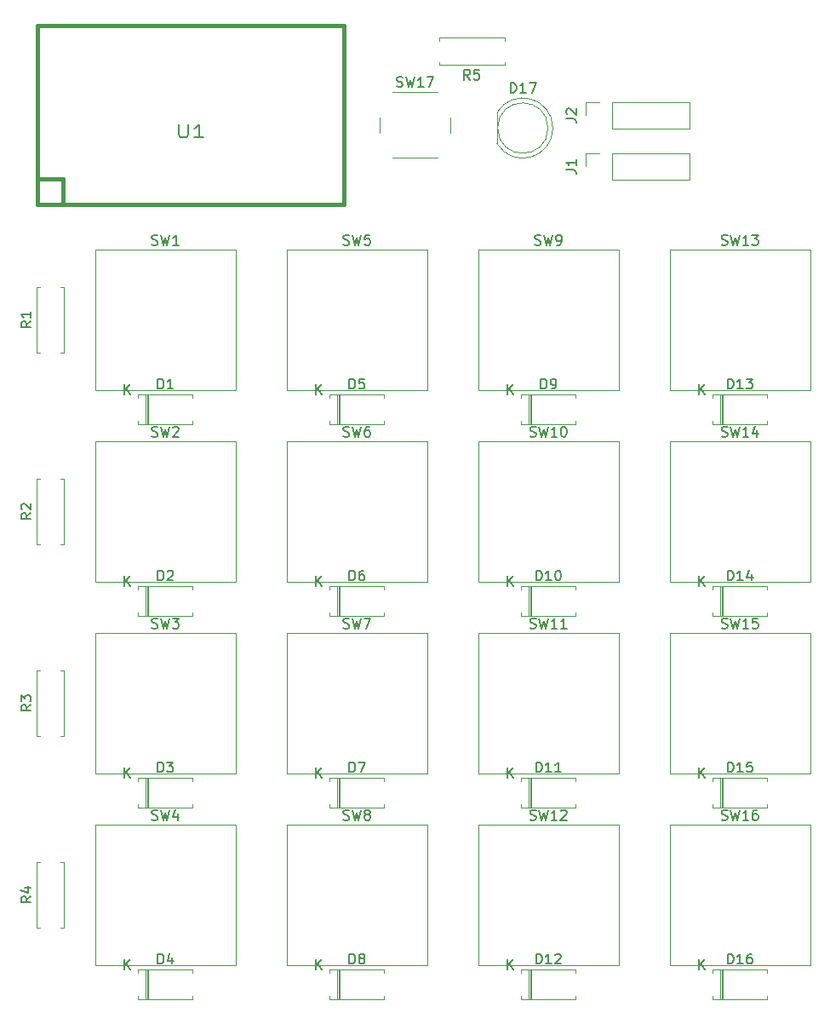
<source format=gto>
G04 #@! TF.GenerationSoftware,KiCad,Pcbnew,(5.1.5)-3*
G04 #@! TF.CreationDate,2019-12-27T06:25:41+09:00*
G04 #@! TF.ProjectId,MidiKey16,4d696469-4b65-4793-9136-2e6b69636164,rev?*
G04 #@! TF.SameCoordinates,Original*
G04 #@! TF.FileFunction,Legend,Top*
G04 #@! TF.FilePolarity,Positive*
%FSLAX46Y46*%
G04 Gerber Fmt 4.6, Leading zero omitted, Abs format (unit mm)*
G04 Created by KiCad (PCBNEW (5.1.5)-3) date 2019-12-27 06:25:41*
%MOMM*%
%LPD*%
G04 APERTURE LIST*
%ADD10C,0.120000*%
%ADD11C,0.381000*%
%ADD12C,0.150000*%
%ADD13C,0.203200*%
G04 APERTURE END LIST*
D10*
X53940000Y-89970000D02*
X53940000Y-92910000D01*
X54180000Y-89970000D02*
X54180000Y-92910000D01*
X54060000Y-89970000D02*
X54060000Y-92910000D01*
X58600000Y-92910000D02*
X58600000Y-92580000D01*
X53160000Y-92910000D02*
X58600000Y-92910000D01*
X53160000Y-92580000D02*
X53160000Y-92910000D01*
X58600000Y-89970000D02*
X58600000Y-90300000D01*
X53160000Y-89970000D02*
X58600000Y-89970000D01*
X53160000Y-90300000D02*
X53160000Y-89970000D01*
X53940000Y-109020000D02*
X53940000Y-111960000D01*
X54180000Y-109020000D02*
X54180000Y-111960000D01*
X54060000Y-109020000D02*
X54060000Y-111960000D01*
X58600000Y-111960000D02*
X58600000Y-111630000D01*
X53160000Y-111960000D02*
X58600000Y-111960000D01*
X53160000Y-111630000D02*
X53160000Y-111960000D01*
X58600000Y-109020000D02*
X58600000Y-109350000D01*
X53160000Y-109020000D02*
X58600000Y-109020000D01*
X53160000Y-109350000D02*
X53160000Y-109020000D01*
X53940000Y-128070000D02*
X53940000Y-131010000D01*
X54180000Y-128070000D02*
X54180000Y-131010000D01*
X54060000Y-128070000D02*
X54060000Y-131010000D01*
X58600000Y-131010000D02*
X58600000Y-130680000D01*
X53160000Y-131010000D02*
X58600000Y-131010000D01*
X53160000Y-130680000D02*
X53160000Y-131010000D01*
X58600000Y-128070000D02*
X58600000Y-128400000D01*
X53160000Y-128070000D02*
X58600000Y-128070000D01*
X53160000Y-128400000D02*
X53160000Y-128070000D01*
X53940000Y-147120000D02*
X53940000Y-150060000D01*
X54180000Y-147120000D02*
X54180000Y-150060000D01*
X54060000Y-147120000D02*
X54060000Y-150060000D01*
X58600000Y-150060000D02*
X58600000Y-149730000D01*
X53160000Y-150060000D02*
X58600000Y-150060000D01*
X53160000Y-149730000D02*
X53160000Y-150060000D01*
X58600000Y-147120000D02*
X58600000Y-147450000D01*
X53160000Y-147120000D02*
X58600000Y-147120000D01*
X53160000Y-147450000D02*
X53160000Y-147120000D01*
X72210000Y-90300000D02*
X72210000Y-89970000D01*
X72210000Y-89970000D02*
X77650000Y-89970000D01*
X77650000Y-89970000D02*
X77650000Y-90300000D01*
X72210000Y-92580000D02*
X72210000Y-92910000D01*
X72210000Y-92910000D02*
X77650000Y-92910000D01*
X77650000Y-92910000D02*
X77650000Y-92580000D01*
X73110000Y-89970000D02*
X73110000Y-92910000D01*
X73230000Y-89970000D02*
X73230000Y-92910000D01*
X72990000Y-89970000D02*
X72990000Y-92910000D01*
X72210000Y-109350000D02*
X72210000Y-109020000D01*
X72210000Y-109020000D02*
X77650000Y-109020000D01*
X77650000Y-109020000D02*
X77650000Y-109350000D01*
X72210000Y-111630000D02*
X72210000Y-111960000D01*
X72210000Y-111960000D02*
X77650000Y-111960000D01*
X77650000Y-111960000D02*
X77650000Y-111630000D01*
X73110000Y-109020000D02*
X73110000Y-111960000D01*
X73230000Y-109020000D02*
X73230000Y-111960000D01*
X72990000Y-109020000D02*
X72990000Y-111960000D01*
X72210000Y-128400000D02*
X72210000Y-128070000D01*
X72210000Y-128070000D02*
X77650000Y-128070000D01*
X77650000Y-128070000D02*
X77650000Y-128400000D01*
X72210000Y-130680000D02*
X72210000Y-131010000D01*
X72210000Y-131010000D02*
X77650000Y-131010000D01*
X77650000Y-131010000D02*
X77650000Y-130680000D01*
X73110000Y-128070000D02*
X73110000Y-131010000D01*
X73230000Y-128070000D02*
X73230000Y-131010000D01*
X72990000Y-128070000D02*
X72990000Y-131010000D01*
X72210000Y-147450000D02*
X72210000Y-147120000D01*
X72210000Y-147120000D02*
X77650000Y-147120000D01*
X77650000Y-147120000D02*
X77650000Y-147450000D01*
X72210000Y-149730000D02*
X72210000Y-150060000D01*
X72210000Y-150060000D02*
X77650000Y-150060000D01*
X77650000Y-150060000D02*
X77650000Y-149730000D01*
X73110000Y-147120000D02*
X73110000Y-150060000D01*
X73230000Y-147120000D02*
X73230000Y-150060000D01*
X72990000Y-147120000D02*
X72990000Y-150060000D01*
X92040000Y-89970000D02*
X92040000Y-92910000D01*
X92280000Y-89970000D02*
X92280000Y-92910000D01*
X92160000Y-89970000D02*
X92160000Y-92910000D01*
X96700000Y-92910000D02*
X96700000Y-92580000D01*
X91260000Y-92910000D02*
X96700000Y-92910000D01*
X91260000Y-92580000D02*
X91260000Y-92910000D01*
X96700000Y-89970000D02*
X96700000Y-90300000D01*
X91260000Y-89970000D02*
X96700000Y-89970000D01*
X91260000Y-90300000D02*
X91260000Y-89970000D01*
X92040000Y-109020000D02*
X92040000Y-111960000D01*
X92280000Y-109020000D02*
X92280000Y-111960000D01*
X92160000Y-109020000D02*
X92160000Y-111960000D01*
X96700000Y-111960000D02*
X96700000Y-111630000D01*
X91260000Y-111960000D02*
X96700000Y-111960000D01*
X91260000Y-111630000D02*
X91260000Y-111960000D01*
X96700000Y-109020000D02*
X96700000Y-109350000D01*
X91260000Y-109020000D02*
X96700000Y-109020000D01*
X91260000Y-109350000D02*
X91260000Y-109020000D01*
X92040000Y-128070000D02*
X92040000Y-131010000D01*
X92280000Y-128070000D02*
X92280000Y-131010000D01*
X92160000Y-128070000D02*
X92160000Y-131010000D01*
X96700000Y-131010000D02*
X96700000Y-130680000D01*
X91260000Y-131010000D02*
X96700000Y-131010000D01*
X91260000Y-130680000D02*
X91260000Y-131010000D01*
X96700000Y-128070000D02*
X96700000Y-128400000D01*
X91260000Y-128070000D02*
X96700000Y-128070000D01*
X91260000Y-128400000D02*
X91260000Y-128070000D01*
X92040000Y-147120000D02*
X92040000Y-150060000D01*
X92280000Y-147120000D02*
X92280000Y-150060000D01*
X92160000Y-147120000D02*
X92160000Y-150060000D01*
X96700000Y-150060000D02*
X96700000Y-149730000D01*
X91260000Y-150060000D02*
X96700000Y-150060000D01*
X91260000Y-149730000D02*
X91260000Y-150060000D01*
X96700000Y-147120000D02*
X96700000Y-147450000D01*
X91260000Y-147120000D02*
X96700000Y-147120000D01*
X91260000Y-147450000D02*
X91260000Y-147120000D01*
X110310000Y-90300000D02*
X110310000Y-89970000D01*
X110310000Y-89970000D02*
X115750000Y-89970000D01*
X115750000Y-89970000D02*
X115750000Y-90300000D01*
X110310000Y-92580000D02*
X110310000Y-92910000D01*
X110310000Y-92910000D02*
X115750000Y-92910000D01*
X115750000Y-92910000D02*
X115750000Y-92580000D01*
X111210000Y-89970000D02*
X111210000Y-92910000D01*
X111330000Y-89970000D02*
X111330000Y-92910000D01*
X111090000Y-89970000D02*
X111090000Y-92910000D01*
X110310000Y-109350000D02*
X110310000Y-109020000D01*
X110310000Y-109020000D02*
X115750000Y-109020000D01*
X115750000Y-109020000D02*
X115750000Y-109350000D01*
X110310000Y-111630000D02*
X110310000Y-111960000D01*
X110310000Y-111960000D02*
X115750000Y-111960000D01*
X115750000Y-111960000D02*
X115750000Y-111630000D01*
X111210000Y-109020000D02*
X111210000Y-111960000D01*
X111330000Y-109020000D02*
X111330000Y-111960000D01*
X111090000Y-109020000D02*
X111090000Y-111960000D01*
X110310000Y-128400000D02*
X110310000Y-128070000D01*
X110310000Y-128070000D02*
X115750000Y-128070000D01*
X115750000Y-128070000D02*
X115750000Y-128400000D01*
X110310000Y-130680000D02*
X110310000Y-131010000D01*
X110310000Y-131010000D02*
X115750000Y-131010000D01*
X115750000Y-131010000D02*
X115750000Y-130680000D01*
X111210000Y-128070000D02*
X111210000Y-131010000D01*
X111330000Y-128070000D02*
X111330000Y-131010000D01*
X111090000Y-128070000D02*
X111090000Y-131010000D01*
X110310000Y-147450000D02*
X110310000Y-147120000D01*
X110310000Y-147120000D02*
X115750000Y-147120000D01*
X115750000Y-147120000D02*
X115750000Y-147450000D01*
X110310000Y-149730000D02*
X110310000Y-150060000D01*
X110310000Y-150060000D02*
X115750000Y-150060000D01*
X115750000Y-150060000D02*
X115750000Y-149730000D01*
X111210000Y-147120000D02*
X111210000Y-150060000D01*
X111330000Y-147120000D02*
X111330000Y-150060000D01*
X111090000Y-147120000D02*
X111090000Y-150060000D01*
X94430000Y-63500462D02*
G75*
G03X88880000Y-61955170I-2990000J462D01*
G01*
X94430000Y-63499538D02*
G75*
G02X88880000Y-65044830I-2990000J-462D01*
G01*
X93940000Y-63500000D02*
G75*
G03X93940000Y-63500000I-2500000J0D01*
G01*
X88880000Y-61955000D02*
X88880000Y-65045000D01*
X100330000Y-68640000D02*
X100330000Y-65980000D01*
X100330000Y-68640000D02*
X108010000Y-68640000D01*
X108010000Y-68640000D02*
X108010000Y-65980000D01*
X100330000Y-65980000D02*
X108010000Y-65980000D01*
X97730000Y-65980000D02*
X99060000Y-65980000D01*
X97730000Y-67310000D02*
X97730000Y-65980000D01*
X97730000Y-62230000D02*
X97730000Y-60900000D01*
X97730000Y-60900000D02*
X99060000Y-60900000D01*
X100330000Y-60900000D02*
X108010000Y-60900000D01*
X108010000Y-63560000D02*
X108010000Y-60900000D01*
X100330000Y-63560000D02*
X108010000Y-63560000D01*
X100330000Y-63560000D02*
X100330000Y-60900000D01*
X45820000Y-79280000D02*
X45490000Y-79280000D01*
X45820000Y-85820000D02*
X45820000Y-79280000D01*
X45490000Y-85820000D02*
X45820000Y-85820000D01*
X43080000Y-79280000D02*
X43410000Y-79280000D01*
X43080000Y-85820000D02*
X43080000Y-79280000D01*
X43410000Y-85820000D02*
X43080000Y-85820000D01*
X45820000Y-98330000D02*
X45490000Y-98330000D01*
X45820000Y-104870000D02*
X45820000Y-98330000D01*
X45490000Y-104870000D02*
X45820000Y-104870000D01*
X43080000Y-98330000D02*
X43410000Y-98330000D01*
X43080000Y-104870000D02*
X43080000Y-98330000D01*
X43410000Y-104870000D02*
X43080000Y-104870000D01*
X43410000Y-123920000D02*
X43080000Y-123920000D01*
X43080000Y-123920000D02*
X43080000Y-117380000D01*
X43080000Y-117380000D02*
X43410000Y-117380000D01*
X45490000Y-123920000D02*
X45820000Y-123920000D01*
X45820000Y-123920000D02*
X45820000Y-117380000D01*
X45820000Y-117380000D02*
X45490000Y-117380000D01*
X43410000Y-142970000D02*
X43080000Y-142970000D01*
X43080000Y-142970000D02*
X43080000Y-136430000D01*
X43080000Y-136430000D02*
X43410000Y-136430000D01*
X45490000Y-142970000D02*
X45820000Y-142970000D01*
X45820000Y-142970000D02*
X45820000Y-136430000D01*
X45820000Y-136430000D02*
X45490000Y-136430000D01*
X89630000Y-56920000D02*
X89630000Y-57250000D01*
X89630000Y-57250000D02*
X83090000Y-57250000D01*
X83090000Y-57250000D02*
X83090000Y-56920000D01*
X89630000Y-54840000D02*
X89630000Y-54510000D01*
X89630000Y-54510000D02*
X83090000Y-54510000D01*
X83090000Y-54510000D02*
X83090000Y-54840000D01*
X48895000Y-75565000D02*
X62865000Y-75565000D01*
X62865000Y-75565000D02*
X62865000Y-89535000D01*
X62865000Y-89535000D02*
X48895000Y-89535000D01*
X48895000Y-89535000D02*
X48895000Y-75565000D01*
X48895000Y-94615000D02*
X62865000Y-94615000D01*
X62865000Y-94615000D02*
X62865000Y-108585000D01*
X62865000Y-108585000D02*
X48895000Y-108585000D01*
X48895000Y-108585000D02*
X48895000Y-94615000D01*
X48895000Y-113665000D02*
X62865000Y-113665000D01*
X62865000Y-113665000D02*
X62865000Y-127635000D01*
X62865000Y-127635000D02*
X48895000Y-127635000D01*
X48895000Y-127635000D02*
X48895000Y-113665000D01*
X48895000Y-132715000D02*
X62865000Y-132715000D01*
X62865000Y-132715000D02*
X62865000Y-146685000D01*
X62865000Y-146685000D02*
X48895000Y-146685000D01*
X48895000Y-146685000D02*
X48895000Y-132715000D01*
X67945000Y-89535000D02*
X67945000Y-75565000D01*
X81915000Y-89535000D02*
X67945000Y-89535000D01*
X81915000Y-75565000D02*
X81915000Y-89535000D01*
X67945000Y-75565000D02*
X81915000Y-75565000D01*
X67945000Y-94615000D02*
X81915000Y-94615000D01*
X81915000Y-94615000D02*
X81915000Y-108585000D01*
X81915000Y-108585000D02*
X67945000Y-108585000D01*
X67945000Y-108585000D02*
X67945000Y-94615000D01*
X67945000Y-127635000D02*
X67945000Y-113665000D01*
X81915000Y-127635000D02*
X67945000Y-127635000D01*
X81915000Y-113665000D02*
X81915000Y-127635000D01*
X67945000Y-113665000D02*
X81915000Y-113665000D01*
X67945000Y-146685000D02*
X67945000Y-132715000D01*
X81915000Y-146685000D02*
X67945000Y-146685000D01*
X81915000Y-132715000D02*
X81915000Y-146685000D01*
X67945000Y-132715000D02*
X81915000Y-132715000D01*
X86995000Y-75565000D02*
X100965000Y-75565000D01*
X100965000Y-75565000D02*
X100965000Y-89535000D01*
X100965000Y-89535000D02*
X86995000Y-89535000D01*
X86995000Y-89535000D02*
X86995000Y-75565000D01*
X86995000Y-94615000D02*
X100965000Y-94615000D01*
X100965000Y-94615000D02*
X100965000Y-108585000D01*
X100965000Y-108585000D02*
X86995000Y-108585000D01*
X86995000Y-108585000D02*
X86995000Y-94615000D01*
X86995000Y-113665000D02*
X100965000Y-113665000D01*
X100965000Y-113665000D02*
X100965000Y-127635000D01*
X100965000Y-127635000D02*
X86995000Y-127635000D01*
X86995000Y-127635000D02*
X86995000Y-113665000D01*
X86995000Y-132715000D02*
X100965000Y-132715000D01*
X100965000Y-132715000D02*
X100965000Y-146685000D01*
X100965000Y-146685000D02*
X86995000Y-146685000D01*
X86995000Y-146685000D02*
X86995000Y-132715000D01*
X106045000Y-89535000D02*
X106045000Y-75565000D01*
X120015000Y-89535000D02*
X106045000Y-89535000D01*
X120015000Y-75565000D02*
X120015000Y-89535000D01*
X106045000Y-75565000D02*
X120015000Y-75565000D01*
X106045000Y-108585000D02*
X106045000Y-94615000D01*
X120015000Y-108585000D02*
X106045000Y-108585000D01*
X120015000Y-94615000D02*
X120015000Y-108585000D01*
X106045000Y-94615000D02*
X120015000Y-94615000D01*
X106045000Y-127635000D02*
X106045000Y-113665000D01*
X120015000Y-127635000D02*
X106045000Y-127635000D01*
X120015000Y-113665000D02*
X120015000Y-127635000D01*
X106045000Y-113665000D02*
X120015000Y-113665000D01*
X106045000Y-146685000D02*
X106045000Y-132715000D01*
X120015000Y-146685000D02*
X106045000Y-146685000D01*
X120015000Y-132715000D02*
X120015000Y-146685000D01*
X106045000Y-132715000D02*
X120015000Y-132715000D01*
D11*
X43180000Y-53340000D02*
X43180000Y-71120000D01*
X43180000Y-71120000D02*
X73660000Y-71120000D01*
X73660000Y-71120000D02*
X73660000Y-53340000D01*
X73660000Y-53340000D02*
X43180000Y-53340000D01*
X43180000Y-68580000D02*
X45720000Y-68580000D01*
X45720000Y-68580000D02*
X45720000Y-71120000D01*
D10*
X78470000Y-66460000D02*
X82970000Y-66460000D01*
X77220000Y-62460000D02*
X77220000Y-63960000D01*
X82970000Y-59960000D02*
X78470000Y-59960000D01*
X84220000Y-63960000D02*
X84220000Y-62460000D01*
D12*
X55141904Y-89422380D02*
X55141904Y-88422380D01*
X55380000Y-88422380D01*
X55522857Y-88470000D01*
X55618095Y-88565238D01*
X55665714Y-88660476D01*
X55713333Y-88850952D01*
X55713333Y-88993809D01*
X55665714Y-89184285D01*
X55618095Y-89279523D01*
X55522857Y-89374761D01*
X55380000Y-89422380D01*
X55141904Y-89422380D01*
X56665714Y-89422380D02*
X56094285Y-89422380D01*
X56380000Y-89422380D02*
X56380000Y-88422380D01*
X56284761Y-88565238D01*
X56189523Y-88660476D01*
X56094285Y-88708095D01*
X51808095Y-89992380D02*
X51808095Y-88992380D01*
X52379523Y-89992380D02*
X51950952Y-89420952D01*
X52379523Y-88992380D02*
X51808095Y-89563809D01*
X55141904Y-108472380D02*
X55141904Y-107472380D01*
X55380000Y-107472380D01*
X55522857Y-107520000D01*
X55618095Y-107615238D01*
X55665714Y-107710476D01*
X55713333Y-107900952D01*
X55713333Y-108043809D01*
X55665714Y-108234285D01*
X55618095Y-108329523D01*
X55522857Y-108424761D01*
X55380000Y-108472380D01*
X55141904Y-108472380D01*
X56094285Y-107567619D02*
X56141904Y-107520000D01*
X56237142Y-107472380D01*
X56475238Y-107472380D01*
X56570476Y-107520000D01*
X56618095Y-107567619D01*
X56665714Y-107662857D01*
X56665714Y-107758095D01*
X56618095Y-107900952D01*
X56046666Y-108472380D01*
X56665714Y-108472380D01*
X51808095Y-109042380D02*
X51808095Y-108042380D01*
X52379523Y-109042380D02*
X51950952Y-108470952D01*
X52379523Y-108042380D02*
X51808095Y-108613809D01*
X55141904Y-127522380D02*
X55141904Y-126522380D01*
X55380000Y-126522380D01*
X55522857Y-126570000D01*
X55618095Y-126665238D01*
X55665714Y-126760476D01*
X55713333Y-126950952D01*
X55713333Y-127093809D01*
X55665714Y-127284285D01*
X55618095Y-127379523D01*
X55522857Y-127474761D01*
X55380000Y-127522380D01*
X55141904Y-127522380D01*
X56046666Y-126522380D02*
X56665714Y-126522380D01*
X56332380Y-126903333D01*
X56475238Y-126903333D01*
X56570476Y-126950952D01*
X56618095Y-126998571D01*
X56665714Y-127093809D01*
X56665714Y-127331904D01*
X56618095Y-127427142D01*
X56570476Y-127474761D01*
X56475238Y-127522380D01*
X56189523Y-127522380D01*
X56094285Y-127474761D01*
X56046666Y-127427142D01*
X51808095Y-128092380D02*
X51808095Y-127092380D01*
X52379523Y-128092380D02*
X51950952Y-127520952D01*
X52379523Y-127092380D02*
X51808095Y-127663809D01*
X55141904Y-146572380D02*
X55141904Y-145572380D01*
X55380000Y-145572380D01*
X55522857Y-145620000D01*
X55618095Y-145715238D01*
X55665714Y-145810476D01*
X55713333Y-146000952D01*
X55713333Y-146143809D01*
X55665714Y-146334285D01*
X55618095Y-146429523D01*
X55522857Y-146524761D01*
X55380000Y-146572380D01*
X55141904Y-146572380D01*
X56570476Y-145905714D02*
X56570476Y-146572380D01*
X56332380Y-145524761D02*
X56094285Y-146239047D01*
X56713333Y-146239047D01*
X51808095Y-147142380D02*
X51808095Y-146142380D01*
X52379523Y-147142380D02*
X51950952Y-146570952D01*
X52379523Y-146142380D02*
X51808095Y-146713809D01*
X74191904Y-89422380D02*
X74191904Y-88422380D01*
X74430000Y-88422380D01*
X74572857Y-88470000D01*
X74668095Y-88565238D01*
X74715714Y-88660476D01*
X74763333Y-88850952D01*
X74763333Y-88993809D01*
X74715714Y-89184285D01*
X74668095Y-89279523D01*
X74572857Y-89374761D01*
X74430000Y-89422380D01*
X74191904Y-89422380D01*
X75668095Y-88422380D02*
X75191904Y-88422380D01*
X75144285Y-88898571D01*
X75191904Y-88850952D01*
X75287142Y-88803333D01*
X75525238Y-88803333D01*
X75620476Y-88850952D01*
X75668095Y-88898571D01*
X75715714Y-88993809D01*
X75715714Y-89231904D01*
X75668095Y-89327142D01*
X75620476Y-89374761D01*
X75525238Y-89422380D01*
X75287142Y-89422380D01*
X75191904Y-89374761D01*
X75144285Y-89327142D01*
X70858095Y-89992380D02*
X70858095Y-88992380D01*
X71429523Y-89992380D02*
X71000952Y-89420952D01*
X71429523Y-88992380D02*
X70858095Y-89563809D01*
X74191904Y-108472380D02*
X74191904Y-107472380D01*
X74430000Y-107472380D01*
X74572857Y-107520000D01*
X74668095Y-107615238D01*
X74715714Y-107710476D01*
X74763333Y-107900952D01*
X74763333Y-108043809D01*
X74715714Y-108234285D01*
X74668095Y-108329523D01*
X74572857Y-108424761D01*
X74430000Y-108472380D01*
X74191904Y-108472380D01*
X75620476Y-107472380D02*
X75430000Y-107472380D01*
X75334761Y-107520000D01*
X75287142Y-107567619D01*
X75191904Y-107710476D01*
X75144285Y-107900952D01*
X75144285Y-108281904D01*
X75191904Y-108377142D01*
X75239523Y-108424761D01*
X75334761Y-108472380D01*
X75525238Y-108472380D01*
X75620476Y-108424761D01*
X75668095Y-108377142D01*
X75715714Y-108281904D01*
X75715714Y-108043809D01*
X75668095Y-107948571D01*
X75620476Y-107900952D01*
X75525238Y-107853333D01*
X75334761Y-107853333D01*
X75239523Y-107900952D01*
X75191904Y-107948571D01*
X75144285Y-108043809D01*
X70858095Y-109042380D02*
X70858095Y-108042380D01*
X71429523Y-109042380D02*
X71000952Y-108470952D01*
X71429523Y-108042380D02*
X70858095Y-108613809D01*
X74191904Y-127522380D02*
X74191904Y-126522380D01*
X74430000Y-126522380D01*
X74572857Y-126570000D01*
X74668095Y-126665238D01*
X74715714Y-126760476D01*
X74763333Y-126950952D01*
X74763333Y-127093809D01*
X74715714Y-127284285D01*
X74668095Y-127379523D01*
X74572857Y-127474761D01*
X74430000Y-127522380D01*
X74191904Y-127522380D01*
X75096666Y-126522380D02*
X75763333Y-126522380D01*
X75334761Y-127522380D01*
X70858095Y-128092380D02*
X70858095Y-127092380D01*
X71429523Y-128092380D02*
X71000952Y-127520952D01*
X71429523Y-127092380D02*
X70858095Y-127663809D01*
X74191904Y-146572380D02*
X74191904Y-145572380D01*
X74430000Y-145572380D01*
X74572857Y-145620000D01*
X74668095Y-145715238D01*
X74715714Y-145810476D01*
X74763333Y-146000952D01*
X74763333Y-146143809D01*
X74715714Y-146334285D01*
X74668095Y-146429523D01*
X74572857Y-146524761D01*
X74430000Y-146572380D01*
X74191904Y-146572380D01*
X75334761Y-146000952D02*
X75239523Y-145953333D01*
X75191904Y-145905714D01*
X75144285Y-145810476D01*
X75144285Y-145762857D01*
X75191904Y-145667619D01*
X75239523Y-145620000D01*
X75334761Y-145572380D01*
X75525238Y-145572380D01*
X75620476Y-145620000D01*
X75668095Y-145667619D01*
X75715714Y-145762857D01*
X75715714Y-145810476D01*
X75668095Y-145905714D01*
X75620476Y-145953333D01*
X75525238Y-146000952D01*
X75334761Y-146000952D01*
X75239523Y-146048571D01*
X75191904Y-146096190D01*
X75144285Y-146191428D01*
X75144285Y-146381904D01*
X75191904Y-146477142D01*
X75239523Y-146524761D01*
X75334761Y-146572380D01*
X75525238Y-146572380D01*
X75620476Y-146524761D01*
X75668095Y-146477142D01*
X75715714Y-146381904D01*
X75715714Y-146191428D01*
X75668095Y-146096190D01*
X75620476Y-146048571D01*
X75525238Y-146000952D01*
X70858095Y-147142380D02*
X70858095Y-146142380D01*
X71429523Y-147142380D02*
X71000952Y-146570952D01*
X71429523Y-146142380D02*
X70858095Y-146713809D01*
X93241904Y-89422380D02*
X93241904Y-88422380D01*
X93480000Y-88422380D01*
X93622857Y-88470000D01*
X93718095Y-88565238D01*
X93765714Y-88660476D01*
X93813333Y-88850952D01*
X93813333Y-88993809D01*
X93765714Y-89184285D01*
X93718095Y-89279523D01*
X93622857Y-89374761D01*
X93480000Y-89422380D01*
X93241904Y-89422380D01*
X94289523Y-89422380D02*
X94480000Y-89422380D01*
X94575238Y-89374761D01*
X94622857Y-89327142D01*
X94718095Y-89184285D01*
X94765714Y-88993809D01*
X94765714Y-88612857D01*
X94718095Y-88517619D01*
X94670476Y-88470000D01*
X94575238Y-88422380D01*
X94384761Y-88422380D01*
X94289523Y-88470000D01*
X94241904Y-88517619D01*
X94194285Y-88612857D01*
X94194285Y-88850952D01*
X94241904Y-88946190D01*
X94289523Y-88993809D01*
X94384761Y-89041428D01*
X94575238Y-89041428D01*
X94670476Y-88993809D01*
X94718095Y-88946190D01*
X94765714Y-88850952D01*
X89908095Y-89992380D02*
X89908095Y-88992380D01*
X90479523Y-89992380D02*
X90050952Y-89420952D01*
X90479523Y-88992380D02*
X89908095Y-89563809D01*
X92765714Y-108472380D02*
X92765714Y-107472380D01*
X93003809Y-107472380D01*
X93146666Y-107520000D01*
X93241904Y-107615238D01*
X93289523Y-107710476D01*
X93337142Y-107900952D01*
X93337142Y-108043809D01*
X93289523Y-108234285D01*
X93241904Y-108329523D01*
X93146666Y-108424761D01*
X93003809Y-108472380D01*
X92765714Y-108472380D01*
X94289523Y-108472380D02*
X93718095Y-108472380D01*
X94003809Y-108472380D02*
X94003809Y-107472380D01*
X93908571Y-107615238D01*
X93813333Y-107710476D01*
X93718095Y-107758095D01*
X94908571Y-107472380D02*
X95003809Y-107472380D01*
X95099047Y-107520000D01*
X95146666Y-107567619D01*
X95194285Y-107662857D01*
X95241904Y-107853333D01*
X95241904Y-108091428D01*
X95194285Y-108281904D01*
X95146666Y-108377142D01*
X95099047Y-108424761D01*
X95003809Y-108472380D01*
X94908571Y-108472380D01*
X94813333Y-108424761D01*
X94765714Y-108377142D01*
X94718095Y-108281904D01*
X94670476Y-108091428D01*
X94670476Y-107853333D01*
X94718095Y-107662857D01*
X94765714Y-107567619D01*
X94813333Y-107520000D01*
X94908571Y-107472380D01*
X89908095Y-109042380D02*
X89908095Y-108042380D01*
X90479523Y-109042380D02*
X90050952Y-108470952D01*
X90479523Y-108042380D02*
X89908095Y-108613809D01*
X92765714Y-127522380D02*
X92765714Y-126522380D01*
X93003809Y-126522380D01*
X93146666Y-126570000D01*
X93241904Y-126665238D01*
X93289523Y-126760476D01*
X93337142Y-126950952D01*
X93337142Y-127093809D01*
X93289523Y-127284285D01*
X93241904Y-127379523D01*
X93146666Y-127474761D01*
X93003809Y-127522380D01*
X92765714Y-127522380D01*
X94289523Y-127522380D02*
X93718095Y-127522380D01*
X94003809Y-127522380D02*
X94003809Y-126522380D01*
X93908571Y-126665238D01*
X93813333Y-126760476D01*
X93718095Y-126808095D01*
X95241904Y-127522380D02*
X94670476Y-127522380D01*
X94956190Y-127522380D02*
X94956190Y-126522380D01*
X94860952Y-126665238D01*
X94765714Y-126760476D01*
X94670476Y-126808095D01*
X89908095Y-128092380D02*
X89908095Y-127092380D01*
X90479523Y-128092380D02*
X90050952Y-127520952D01*
X90479523Y-127092380D02*
X89908095Y-127663809D01*
X92765714Y-146572380D02*
X92765714Y-145572380D01*
X93003809Y-145572380D01*
X93146666Y-145620000D01*
X93241904Y-145715238D01*
X93289523Y-145810476D01*
X93337142Y-146000952D01*
X93337142Y-146143809D01*
X93289523Y-146334285D01*
X93241904Y-146429523D01*
X93146666Y-146524761D01*
X93003809Y-146572380D01*
X92765714Y-146572380D01*
X94289523Y-146572380D02*
X93718095Y-146572380D01*
X94003809Y-146572380D02*
X94003809Y-145572380D01*
X93908571Y-145715238D01*
X93813333Y-145810476D01*
X93718095Y-145858095D01*
X94670476Y-145667619D02*
X94718095Y-145620000D01*
X94813333Y-145572380D01*
X95051428Y-145572380D01*
X95146666Y-145620000D01*
X95194285Y-145667619D01*
X95241904Y-145762857D01*
X95241904Y-145858095D01*
X95194285Y-146000952D01*
X94622857Y-146572380D01*
X95241904Y-146572380D01*
X89908095Y-147142380D02*
X89908095Y-146142380D01*
X90479523Y-147142380D02*
X90050952Y-146570952D01*
X90479523Y-146142380D02*
X89908095Y-146713809D01*
X111815714Y-89422380D02*
X111815714Y-88422380D01*
X112053809Y-88422380D01*
X112196666Y-88470000D01*
X112291904Y-88565238D01*
X112339523Y-88660476D01*
X112387142Y-88850952D01*
X112387142Y-88993809D01*
X112339523Y-89184285D01*
X112291904Y-89279523D01*
X112196666Y-89374761D01*
X112053809Y-89422380D01*
X111815714Y-89422380D01*
X113339523Y-89422380D02*
X112768095Y-89422380D01*
X113053809Y-89422380D02*
X113053809Y-88422380D01*
X112958571Y-88565238D01*
X112863333Y-88660476D01*
X112768095Y-88708095D01*
X113672857Y-88422380D02*
X114291904Y-88422380D01*
X113958571Y-88803333D01*
X114101428Y-88803333D01*
X114196666Y-88850952D01*
X114244285Y-88898571D01*
X114291904Y-88993809D01*
X114291904Y-89231904D01*
X114244285Y-89327142D01*
X114196666Y-89374761D01*
X114101428Y-89422380D01*
X113815714Y-89422380D01*
X113720476Y-89374761D01*
X113672857Y-89327142D01*
X108958095Y-89992380D02*
X108958095Y-88992380D01*
X109529523Y-89992380D02*
X109100952Y-89420952D01*
X109529523Y-88992380D02*
X108958095Y-89563809D01*
X111815714Y-108472380D02*
X111815714Y-107472380D01*
X112053809Y-107472380D01*
X112196666Y-107520000D01*
X112291904Y-107615238D01*
X112339523Y-107710476D01*
X112387142Y-107900952D01*
X112387142Y-108043809D01*
X112339523Y-108234285D01*
X112291904Y-108329523D01*
X112196666Y-108424761D01*
X112053809Y-108472380D01*
X111815714Y-108472380D01*
X113339523Y-108472380D02*
X112768095Y-108472380D01*
X113053809Y-108472380D02*
X113053809Y-107472380D01*
X112958571Y-107615238D01*
X112863333Y-107710476D01*
X112768095Y-107758095D01*
X114196666Y-107805714D02*
X114196666Y-108472380D01*
X113958571Y-107424761D02*
X113720476Y-108139047D01*
X114339523Y-108139047D01*
X108958095Y-109042380D02*
X108958095Y-108042380D01*
X109529523Y-109042380D02*
X109100952Y-108470952D01*
X109529523Y-108042380D02*
X108958095Y-108613809D01*
X111815714Y-127522380D02*
X111815714Y-126522380D01*
X112053809Y-126522380D01*
X112196666Y-126570000D01*
X112291904Y-126665238D01*
X112339523Y-126760476D01*
X112387142Y-126950952D01*
X112387142Y-127093809D01*
X112339523Y-127284285D01*
X112291904Y-127379523D01*
X112196666Y-127474761D01*
X112053809Y-127522380D01*
X111815714Y-127522380D01*
X113339523Y-127522380D02*
X112768095Y-127522380D01*
X113053809Y-127522380D02*
X113053809Y-126522380D01*
X112958571Y-126665238D01*
X112863333Y-126760476D01*
X112768095Y-126808095D01*
X114244285Y-126522380D02*
X113768095Y-126522380D01*
X113720476Y-126998571D01*
X113768095Y-126950952D01*
X113863333Y-126903333D01*
X114101428Y-126903333D01*
X114196666Y-126950952D01*
X114244285Y-126998571D01*
X114291904Y-127093809D01*
X114291904Y-127331904D01*
X114244285Y-127427142D01*
X114196666Y-127474761D01*
X114101428Y-127522380D01*
X113863333Y-127522380D01*
X113768095Y-127474761D01*
X113720476Y-127427142D01*
X108958095Y-128092380D02*
X108958095Y-127092380D01*
X109529523Y-128092380D02*
X109100952Y-127520952D01*
X109529523Y-127092380D02*
X108958095Y-127663809D01*
X111815714Y-146572380D02*
X111815714Y-145572380D01*
X112053809Y-145572380D01*
X112196666Y-145620000D01*
X112291904Y-145715238D01*
X112339523Y-145810476D01*
X112387142Y-146000952D01*
X112387142Y-146143809D01*
X112339523Y-146334285D01*
X112291904Y-146429523D01*
X112196666Y-146524761D01*
X112053809Y-146572380D01*
X111815714Y-146572380D01*
X113339523Y-146572380D02*
X112768095Y-146572380D01*
X113053809Y-146572380D02*
X113053809Y-145572380D01*
X112958571Y-145715238D01*
X112863333Y-145810476D01*
X112768095Y-145858095D01*
X114196666Y-145572380D02*
X114006190Y-145572380D01*
X113910952Y-145620000D01*
X113863333Y-145667619D01*
X113768095Y-145810476D01*
X113720476Y-146000952D01*
X113720476Y-146381904D01*
X113768095Y-146477142D01*
X113815714Y-146524761D01*
X113910952Y-146572380D01*
X114101428Y-146572380D01*
X114196666Y-146524761D01*
X114244285Y-146477142D01*
X114291904Y-146381904D01*
X114291904Y-146143809D01*
X114244285Y-146048571D01*
X114196666Y-146000952D01*
X114101428Y-145953333D01*
X113910952Y-145953333D01*
X113815714Y-146000952D01*
X113768095Y-146048571D01*
X113720476Y-146143809D01*
X108958095Y-147142380D02*
X108958095Y-146142380D01*
X109529523Y-147142380D02*
X109100952Y-146570952D01*
X109529523Y-146142380D02*
X108958095Y-146713809D01*
X90225714Y-59992380D02*
X90225714Y-58992380D01*
X90463809Y-58992380D01*
X90606666Y-59040000D01*
X90701904Y-59135238D01*
X90749523Y-59230476D01*
X90797142Y-59420952D01*
X90797142Y-59563809D01*
X90749523Y-59754285D01*
X90701904Y-59849523D01*
X90606666Y-59944761D01*
X90463809Y-59992380D01*
X90225714Y-59992380D01*
X91749523Y-59992380D02*
X91178095Y-59992380D01*
X91463809Y-59992380D02*
X91463809Y-58992380D01*
X91368571Y-59135238D01*
X91273333Y-59230476D01*
X91178095Y-59278095D01*
X92082857Y-58992380D02*
X92749523Y-58992380D01*
X92320952Y-59992380D01*
X95742380Y-67643333D02*
X96456666Y-67643333D01*
X96599523Y-67690952D01*
X96694761Y-67786190D01*
X96742380Y-67929047D01*
X96742380Y-68024285D01*
X96742380Y-66643333D02*
X96742380Y-67214761D01*
X96742380Y-66929047D02*
X95742380Y-66929047D01*
X95885238Y-67024285D01*
X95980476Y-67119523D01*
X96028095Y-67214761D01*
X95742380Y-62563333D02*
X96456666Y-62563333D01*
X96599523Y-62610952D01*
X96694761Y-62706190D01*
X96742380Y-62849047D01*
X96742380Y-62944285D01*
X95837619Y-62134761D02*
X95790000Y-62087142D01*
X95742380Y-61991904D01*
X95742380Y-61753809D01*
X95790000Y-61658571D01*
X95837619Y-61610952D01*
X95932857Y-61563333D01*
X96028095Y-61563333D01*
X96170952Y-61610952D01*
X96742380Y-62182380D01*
X96742380Y-61563333D01*
X42532380Y-82716666D02*
X42056190Y-83050000D01*
X42532380Y-83288095D02*
X41532380Y-83288095D01*
X41532380Y-82907142D01*
X41580000Y-82811904D01*
X41627619Y-82764285D01*
X41722857Y-82716666D01*
X41865714Y-82716666D01*
X41960952Y-82764285D01*
X42008571Y-82811904D01*
X42056190Y-82907142D01*
X42056190Y-83288095D01*
X42532380Y-81764285D02*
X42532380Y-82335714D01*
X42532380Y-82050000D02*
X41532380Y-82050000D01*
X41675238Y-82145238D01*
X41770476Y-82240476D01*
X41818095Y-82335714D01*
X42532380Y-101766666D02*
X42056190Y-102100000D01*
X42532380Y-102338095D02*
X41532380Y-102338095D01*
X41532380Y-101957142D01*
X41580000Y-101861904D01*
X41627619Y-101814285D01*
X41722857Y-101766666D01*
X41865714Y-101766666D01*
X41960952Y-101814285D01*
X42008571Y-101861904D01*
X42056190Y-101957142D01*
X42056190Y-102338095D01*
X41627619Y-101385714D02*
X41580000Y-101338095D01*
X41532380Y-101242857D01*
X41532380Y-101004761D01*
X41580000Y-100909523D01*
X41627619Y-100861904D01*
X41722857Y-100814285D01*
X41818095Y-100814285D01*
X41960952Y-100861904D01*
X42532380Y-101433333D01*
X42532380Y-100814285D01*
X42532380Y-120816666D02*
X42056190Y-121150000D01*
X42532380Y-121388095D02*
X41532380Y-121388095D01*
X41532380Y-121007142D01*
X41580000Y-120911904D01*
X41627619Y-120864285D01*
X41722857Y-120816666D01*
X41865714Y-120816666D01*
X41960952Y-120864285D01*
X42008571Y-120911904D01*
X42056190Y-121007142D01*
X42056190Y-121388095D01*
X41532380Y-120483333D02*
X41532380Y-119864285D01*
X41913333Y-120197619D01*
X41913333Y-120054761D01*
X41960952Y-119959523D01*
X42008571Y-119911904D01*
X42103809Y-119864285D01*
X42341904Y-119864285D01*
X42437142Y-119911904D01*
X42484761Y-119959523D01*
X42532380Y-120054761D01*
X42532380Y-120340476D01*
X42484761Y-120435714D01*
X42437142Y-120483333D01*
X42532380Y-139866666D02*
X42056190Y-140200000D01*
X42532380Y-140438095D02*
X41532380Y-140438095D01*
X41532380Y-140057142D01*
X41580000Y-139961904D01*
X41627619Y-139914285D01*
X41722857Y-139866666D01*
X41865714Y-139866666D01*
X41960952Y-139914285D01*
X42008571Y-139961904D01*
X42056190Y-140057142D01*
X42056190Y-140438095D01*
X41865714Y-139009523D02*
X42532380Y-139009523D01*
X41484761Y-139247619D02*
X42199047Y-139485714D01*
X42199047Y-138866666D01*
X86193333Y-58702380D02*
X85860000Y-58226190D01*
X85621904Y-58702380D02*
X85621904Y-57702380D01*
X86002857Y-57702380D01*
X86098095Y-57750000D01*
X86145714Y-57797619D01*
X86193333Y-57892857D01*
X86193333Y-58035714D01*
X86145714Y-58130952D01*
X86098095Y-58178571D01*
X86002857Y-58226190D01*
X85621904Y-58226190D01*
X87098095Y-57702380D02*
X86621904Y-57702380D01*
X86574285Y-58178571D01*
X86621904Y-58130952D01*
X86717142Y-58083333D01*
X86955238Y-58083333D01*
X87050476Y-58130952D01*
X87098095Y-58178571D01*
X87145714Y-58273809D01*
X87145714Y-58511904D01*
X87098095Y-58607142D01*
X87050476Y-58654761D01*
X86955238Y-58702380D01*
X86717142Y-58702380D01*
X86621904Y-58654761D01*
X86574285Y-58607142D01*
X54546666Y-75080761D02*
X54689523Y-75128380D01*
X54927619Y-75128380D01*
X55022857Y-75080761D01*
X55070476Y-75033142D01*
X55118095Y-74937904D01*
X55118095Y-74842666D01*
X55070476Y-74747428D01*
X55022857Y-74699809D01*
X54927619Y-74652190D01*
X54737142Y-74604571D01*
X54641904Y-74556952D01*
X54594285Y-74509333D01*
X54546666Y-74414095D01*
X54546666Y-74318857D01*
X54594285Y-74223619D01*
X54641904Y-74176000D01*
X54737142Y-74128380D01*
X54975238Y-74128380D01*
X55118095Y-74176000D01*
X55451428Y-74128380D02*
X55689523Y-75128380D01*
X55880000Y-74414095D01*
X56070476Y-75128380D01*
X56308571Y-74128380D01*
X57213333Y-75128380D02*
X56641904Y-75128380D01*
X56927619Y-75128380D02*
X56927619Y-74128380D01*
X56832380Y-74271238D01*
X56737142Y-74366476D01*
X56641904Y-74414095D01*
X54546666Y-94130761D02*
X54689523Y-94178380D01*
X54927619Y-94178380D01*
X55022857Y-94130761D01*
X55070476Y-94083142D01*
X55118095Y-93987904D01*
X55118095Y-93892666D01*
X55070476Y-93797428D01*
X55022857Y-93749809D01*
X54927619Y-93702190D01*
X54737142Y-93654571D01*
X54641904Y-93606952D01*
X54594285Y-93559333D01*
X54546666Y-93464095D01*
X54546666Y-93368857D01*
X54594285Y-93273619D01*
X54641904Y-93226000D01*
X54737142Y-93178380D01*
X54975238Y-93178380D01*
X55118095Y-93226000D01*
X55451428Y-93178380D02*
X55689523Y-94178380D01*
X55880000Y-93464095D01*
X56070476Y-94178380D01*
X56308571Y-93178380D01*
X56641904Y-93273619D02*
X56689523Y-93226000D01*
X56784761Y-93178380D01*
X57022857Y-93178380D01*
X57118095Y-93226000D01*
X57165714Y-93273619D01*
X57213333Y-93368857D01*
X57213333Y-93464095D01*
X57165714Y-93606952D01*
X56594285Y-94178380D01*
X57213333Y-94178380D01*
X54546666Y-113180761D02*
X54689523Y-113228380D01*
X54927619Y-113228380D01*
X55022857Y-113180761D01*
X55070476Y-113133142D01*
X55118095Y-113037904D01*
X55118095Y-112942666D01*
X55070476Y-112847428D01*
X55022857Y-112799809D01*
X54927619Y-112752190D01*
X54737142Y-112704571D01*
X54641904Y-112656952D01*
X54594285Y-112609333D01*
X54546666Y-112514095D01*
X54546666Y-112418857D01*
X54594285Y-112323619D01*
X54641904Y-112276000D01*
X54737142Y-112228380D01*
X54975238Y-112228380D01*
X55118095Y-112276000D01*
X55451428Y-112228380D02*
X55689523Y-113228380D01*
X55880000Y-112514095D01*
X56070476Y-113228380D01*
X56308571Y-112228380D01*
X56594285Y-112228380D02*
X57213333Y-112228380D01*
X56880000Y-112609333D01*
X57022857Y-112609333D01*
X57118095Y-112656952D01*
X57165714Y-112704571D01*
X57213333Y-112799809D01*
X57213333Y-113037904D01*
X57165714Y-113133142D01*
X57118095Y-113180761D01*
X57022857Y-113228380D01*
X56737142Y-113228380D01*
X56641904Y-113180761D01*
X56594285Y-113133142D01*
X54546666Y-132230761D02*
X54689523Y-132278380D01*
X54927619Y-132278380D01*
X55022857Y-132230761D01*
X55070476Y-132183142D01*
X55118095Y-132087904D01*
X55118095Y-131992666D01*
X55070476Y-131897428D01*
X55022857Y-131849809D01*
X54927619Y-131802190D01*
X54737142Y-131754571D01*
X54641904Y-131706952D01*
X54594285Y-131659333D01*
X54546666Y-131564095D01*
X54546666Y-131468857D01*
X54594285Y-131373619D01*
X54641904Y-131326000D01*
X54737142Y-131278380D01*
X54975238Y-131278380D01*
X55118095Y-131326000D01*
X55451428Y-131278380D02*
X55689523Y-132278380D01*
X55880000Y-131564095D01*
X56070476Y-132278380D01*
X56308571Y-131278380D01*
X57118095Y-131611714D02*
X57118095Y-132278380D01*
X56880000Y-131230761D02*
X56641904Y-131945047D01*
X57260952Y-131945047D01*
X73596666Y-75080761D02*
X73739523Y-75128380D01*
X73977619Y-75128380D01*
X74072857Y-75080761D01*
X74120476Y-75033142D01*
X74168095Y-74937904D01*
X74168095Y-74842666D01*
X74120476Y-74747428D01*
X74072857Y-74699809D01*
X73977619Y-74652190D01*
X73787142Y-74604571D01*
X73691904Y-74556952D01*
X73644285Y-74509333D01*
X73596666Y-74414095D01*
X73596666Y-74318857D01*
X73644285Y-74223619D01*
X73691904Y-74176000D01*
X73787142Y-74128380D01*
X74025238Y-74128380D01*
X74168095Y-74176000D01*
X74501428Y-74128380D02*
X74739523Y-75128380D01*
X74930000Y-74414095D01*
X75120476Y-75128380D01*
X75358571Y-74128380D01*
X76215714Y-74128380D02*
X75739523Y-74128380D01*
X75691904Y-74604571D01*
X75739523Y-74556952D01*
X75834761Y-74509333D01*
X76072857Y-74509333D01*
X76168095Y-74556952D01*
X76215714Y-74604571D01*
X76263333Y-74699809D01*
X76263333Y-74937904D01*
X76215714Y-75033142D01*
X76168095Y-75080761D01*
X76072857Y-75128380D01*
X75834761Y-75128380D01*
X75739523Y-75080761D01*
X75691904Y-75033142D01*
X73596666Y-94130761D02*
X73739523Y-94178380D01*
X73977619Y-94178380D01*
X74072857Y-94130761D01*
X74120476Y-94083142D01*
X74168095Y-93987904D01*
X74168095Y-93892666D01*
X74120476Y-93797428D01*
X74072857Y-93749809D01*
X73977619Y-93702190D01*
X73787142Y-93654571D01*
X73691904Y-93606952D01*
X73644285Y-93559333D01*
X73596666Y-93464095D01*
X73596666Y-93368857D01*
X73644285Y-93273619D01*
X73691904Y-93226000D01*
X73787142Y-93178380D01*
X74025238Y-93178380D01*
X74168095Y-93226000D01*
X74501428Y-93178380D02*
X74739523Y-94178380D01*
X74930000Y-93464095D01*
X75120476Y-94178380D01*
X75358571Y-93178380D01*
X76168095Y-93178380D02*
X75977619Y-93178380D01*
X75882380Y-93226000D01*
X75834761Y-93273619D01*
X75739523Y-93416476D01*
X75691904Y-93606952D01*
X75691904Y-93987904D01*
X75739523Y-94083142D01*
X75787142Y-94130761D01*
X75882380Y-94178380D01*
X76072857Y-94178380D01*
X76168095Y-94130761D01*
X76215714Y-94083142D01*
X76263333Y-93987904D01*
X76263333Y-93749809D01*
X76215714Y-93654571D01*
X76168095Y-93606952D01*
X76072857Y-93559333D01*
X75882380Y-93559333D01*
X75787142Y-93606952D01*
X75739523Y-93654571D01*
X75691904Y-93749809D01*
X73596666Y-113180761D02*
X73739523Y-113228380D01*
X73977619Y-113228380D01*
X74072857Y-113180761D01*
X74120476Y-113133142D01*
X74168095Y-113037904D01*
X74168095Y-112942666D01*
X74120476Y-112847428D01*
X74072857Y-112799809D01*
X73977619Y-112752190D01*
X73787142Y-112704571D01*
X73691904Y-112656952D01*
X73644285Y-112609333D01*
X73596666Y-112514095D01*
X73596666Y-112418857D01*
X73644285Y-112323619D01*
X73691904Y-112276000D01*
X73787142Y-112228380D01*
X74025238Y-112228380D01*
X74168095Y-112276000D01*
X74501428Y-112228380D02*
X74739523Y-113228380D01*
X74930000Y-112514095D01*
X75120476Y-113228380D01*
X75358571Y-112228380D01*
X75644285Y-112228380D02*
X76310952Y-112228380D01*
X75882380Y-113228380D01*
X73596666Y-132230761D02*
X73739523Y-132278380D01*
X73977619Y-132278380D01*
X74072857Y-132230761D01*
X74120476Y-132183142D01*
X74168095Y-132087904D01*
X74168095Y-131992666D01*
X74120476Y-131897428D01*
X74072857Y-131849809D01*
X73977619Y-131802190D01*
X73787142Y-131754571D01*
X73691904Y-131706952D01*
X73644285Y-131659333D01*
X73596666Y-131564095D01*
X73596666Y-131468857D01*
X73644285Y-131373619D01*
X73691904Y-131326000D01*
X73787142Y-131278380D01*
X74025238Y-131278380D01*
X74168095Y-131326000D01*
X74501428Y-131278380D02*
X74739523Y-132278380D01*
X74930000Y-131564095D01*
X75120476Y-132278380D01*
X75358571Y-131278380D01*
X75882380Y-131706952D02*
X75787142Y-131659333D01*
X75739523Y-131611714D01*
X75691904Y-131516476D01*
X75691904Y-131468857D01*
X75739523Y-131373619D01*
X75787142Y-131326000D01*
X75882380Y-131278380D01*
X76072857Y-131278380D01*
X76168095Y-131326000D01*
X76215714Y-131373619D01*
X76263333Y-131468857D01*
X76263333Y-131516476D01*
X76215714Y-131611714D01*
X76168095Y-131659333D01*
X76072857Y-131706952D01*
X75882380Y-131706952D01*
X75787142Y-131754571D01*
X75739523Y-131802190D01*
X75691904Y-131897428D01*
X75691904Y-132087904D01*
X75739523Y-132183142D01*
X75787142Y-132230761D01*
X75882380Y-132278380D01*
X76072857Y-132278380D01*
X76168095Y-132230761D01*
X76215714Y-132183142D01*
X76263333Y-132087904D01*
X76263333Y-131897428D01*
X76215714Y-131802190D01*
X76168095Y-131754571D01*
X76072857Y-131706952D01*
X92646666Y-75080761D02*
X92789523Y-75128380D01*
X93027619Y-75128380D01*
X93122857Y-75080761D01*
X93170476Y-75033142D01*
X93218095Y-74937904D01*
X93218095Y-74842666D01*
X93170476Y-74747428D01*
X93122857Y-74699809D01*
X93027619Y-74652190D01*
X92837142Y-74604571D01*
X92741904Y-74556952D01*
X92694285Y-74509333D01*
X92646666Y-74414095D01*
X92646666Y-74318857D01*
X92694285Y-74223619D01*
X92741904Y-74176000D01*
X92837142Y-74128380D01*
X93075238Y-74128380D01*
X93218095Y-74176000D01*
X93551428Y-74128380D02*
X93789523Y-75128380D01*
X93980000Y-74414095D01*
X94170476Y-75128380D01*
X94408571Y-74128380D01*
X94837142Y-75128380D02*
X95027619Y-75128380D01*
X95122857Y-75080761D01*
X95170476Y-75033142D01*
X95265714Y-74890285D01*
X95313333Y-74699809D01*
X95313333Y-74318857D01*
X95265714Y-74223619D01*
X95218095Y-74176000D01*
X95122857Y-74128380D01*
X94932380Y-74128380D01*
X94837142Y-74176000D01*
X94789523Y-74223619D01*
X94741904Y-74318857D01*
X94741904Y-74556952D01*
X94789523Y-74652190D01*
X94837142Y-74699809D01*
X94932380Y-74747428D01*
X95122857Y-74747428D01*
X95218095Y-74699809D01*
X95265714Y-74652190D01*
X95313333Y-74556952D01*
X92170476Y-94130761D02*
X92313333Y-94178380D01*
X92551428Y-94178380D01*
X92646666Y-94130761D01*
X92694285Y-94083142D01*
X92741904Y-93987904D01*
X92741904Y-93892666D01*
X92694285Y-93797428D01*
X92646666Y-93749809D01*
X92551428Y-93702190D01*
X92360952Y-93654571D01*
X92265714Y-93606952D01*
X92218095Y-93559333D01*
X92170476Y-93464095D01*
X92170476Y-93368857D01*
X92218095Y-93273619D01*
X92265714Y-93226000D01*
X92360952Y-93178380D01*
X92599047Y-93178380D01*
X92741904Y-93226000D01*
X93075238Y-93178380D02*
X93313333Y-94178380D01*
X93503809Y-93464095D01*
X93694285Y-94178380D01*
X93932380Y-93178380D01*
X94837142Y-94178380D02*
X94265714Y-94178380D01*
X94551428Y-94178380D02*
X94551428Y-93178380D01*
X94456190Y-93321238D01*
X94360952Y-93416476D01*
X94265714Y-93464095D01*
X95456190Y-93178380D02*
X95551428Y-93178380D01*
X95646666Y-93226000D01*
X95694285Y-93273619D01*
X95741904Y-93368857D01*
X95789523Y-93559333D01*
X95789523Y-93797428D01*
X95741904Y-93987904D01*
X95694285Y-94083142D01*
X95646666Y-94130761D01*
X95551428Y-94178380D01*
X95456190Y-94178380D01*
X95360952Y-94130761D01*
X95313333Y-94083142D01*
X95265714Y-93987904D01*
X95218095Y-93797428D01*
X95218095Y-93559333D01*
X95265714Y-93368857D01*
X95313333Y-93273619D01*
X95360952Y-93226000D01*
X95456190Y-93178380D01*
X92170476Y-113180761D02*
X92313333Y-113228380D01*
X92551428Y-113228380D01*
X92646666Y-113180761D01*
X92694285Y-113133142D01*
X92741904Y-113037904D01*
X92741904Y-112942666D01*
X92694285Y-112847428D01*
X92646666Y-112799809D01*
X92551428Y-112752190D01*
X92360952Y-112704571D01*
X92265714Y-112656952D01*
X92218095Y-112609333D01*
X92170476Y-112514095D01*
X92170476Y-112418857D01*
X92218095Y-112323619D01*
X92265714Y-112276000D01*
X92360952Y-112228380D01*
X92599047Y-112228380D01*
X92741904Y-112276000D01*
X93075238Y-112228380D02*
X93313333Y-113228380D01*
X93503809Y-112514095D01*
X93694285Y-113228380D01*
X93932380Y-112228380D01*
X94837142Y-113228380D02*
X94265714Y-113228380D01*
X94551428Y-113228380D02*
X94551428Y-112228380D01*
X94456190Y-112371238D01*
X94360952Y-112466476D01*
X94265714Y-112514095D01*
X95789523Y-113228380D02*
X95218095Y-113228380D01*
X95503809Y-113228380D02*
X95503809Y-112228380D01*
X95408571Y-112371238D01*
X95313333Y-112466476D01*
X95218095Y-112514095D01*
X92170476Y-132230761D02*
X92313333Y-132278380D01*
X92551428Y-132278380D01*
X92646666Y-132230761D01*
X92694285Y-132183142D01*
X92741904Y-132087904D01*
X92741904Y-131992666D01*
X92694285Y-131897428D01*
X92646666Y-131849809D01*
X92551428Y-131802190D01*
X92360952Y-131754571D01*
X92265714Y-131706952D01*
X92218095Y-131659333D01*
X92170476Y-131564095D01*
X92170476Y-131468857D01*
X92218095Y-131373619D01*
X92265714Y-131326000D01*
X92360952Y-131278380D01*
X92599047Y-131278380D01*
X92741904Y-131326000D01*
X93075238Y-131278380D02*
X93313333Y-132278380D01*
X93503809Y-131564095D01*
X93694285Y-132278380D01*
X93932380Y-131278380D01*
X94837142Y-132278380D02*
X94265714Y-132278380D01*
X94551428Y-132278380D02*
X94551428Y-131278380D01*
X94456190Y-131421238D01*
X94360952Y-131516476D01*
X94265714Y-131564095D01*
X95218095Y-131373619D02*
X95265714Y-131326000D01*
X95360952Y-131278380D01*
X95599047Y-131278380D01*
X95694285Y-131326000D01*
X95741904Y-131373619D01*
X95789523Y-131468857D01*
X95789523Y-131564095D01*
X95741904Y-131706952D01*
X95170476Y-132278380D01*
X95789523Y-132278380D01*
X111220476Y-75080761D02*
X111363333Y-75128380D01*
X111601428Y-75128380D01*
X111696666Y-75080761D01*
X111744285Y-75033142D01*
X111791904Y-74937904D01*
X111791904Y-74842666D01*
X111744285Y-74747428D01*
X111696666Y-74699809D01*
X111601428Y-74652190D01*
X111410952Y-74604571D01*
X111315714Y-74556952D01*
X111268095Y-74509333D01*
X111220476Y-74414095D01*
X111220476Y-74318857D01*
X111268095Y-74223619D01*
X111315714Y-74176000D01*
X111410952Y-74128380D01*
X111649047Y-74128380D01*
X111791904Y-74176000D01*
X112125238Y-74128380D02*
X112363333Y-75128380D01*
X112553809Y-74414095D01*
X112744285Y-75128380D01*
X112982380Y-74128380D01*
X113887142Y-75128380D02*
X113315714Y-75128380D01*
X113601428Y-75128380D02*
X113601428Y-74128380D01*
X113506190Y-74271238D01*
X113410952Y-74366476D01*
X113315714Y-74414095D01*
X114220476Y-74128380D02*
X114839523Y-74128380D01*
X114506190Y-74509333D01*
X114649047Y-74509333D01*
X114744285Y-74556952D01*
X114791904Y-74604571D01*
X114839523Y-74699809D01*
X114839523Y-74937904D01*
X114791904Y-75033142D01*
X114744285Y-75080761D01*
X114649047Y-75128380D01*
X114363333Y-75128380D01*
X114268095Y-75080761D01*
X114220476Y-75033142D01*
X111220476Y-94130761D02*
X111363333Y-94178380D01*
X111601428Y-94178380D01*
X111696666Y-94130761D01*
X111744285Y-94083142D01*
X111791904Y-93987904D01*
X111791904Y-93892666D01*
X111744285Y-93797428D01*
X111696666Y-93749809D01*
X111601428Y-93702190D01*
X111410952Y-93654571D01*
X111315714Y-93606952D01*
X111268095Y-93559333D01*
X111220476Y-93464095D01*
X111220476Y-93368857D01*
X111268095Y-93273619D01*
X111315714Y-93226000D01*
X111410952Y-93178380D01*
X111649047Y-93178380D01*
X111791904Y-93226000D01*
X112125238Y-93178380D02*
X112363333Y-94178380D01*
X112553809Y-93464095D01*
X112744285Y-94178380D01*
X112982380Y-93178380D01*
X113887142Y-94178380D02*
X113315714Y-94178380D01*
X113601428Y-94178380D02*
X113601428Y-93178380D01*
X113506190Y-93321238D01*
X113410952Y-93416476D01*
X113315714Y-93464095D01*
X114744285Y-93511714D02*
X114744285Y-94178380D01*
X114506190Y-93130761D02*
X114268095Y-93845047D01*
X114887142Y-93845047D01*
X111220476Y-113180761D02*
X111363333Y-113228380D01*
X111601428Y-113228380D01*
X111696666Y-113180761D01*
X111744285Y-113133142D01*
X111791904Y-113037904D01*
X111791904Y-112942666D01*
X111744285Y-112847428D01*
X111696666Y-112799809D01*
X111601428Y-112752190D01*
X111410952Y-112704571D01*
X111315714Y-112656952D01*
X111268095Y-112609333D01*
X111220476Y-112514095D01*
X111220476Y-112418857D01*
X111268095Y-112323619D01*
X111315714Y-112276000D01*
X111410952Y-112228380D01*
X111649047Y-112228380D01*
X111791904Y-112276000D01*
X112125238Y-112228380D02*
X112363333Y-113228380D01*
X112553809Y-112514095D01*
X112744285Y-113228380D01*
X112982380Y-112228380D01*
X113887142Y-113228380D02*
X113315714Y-113228380D01*
X113601428Y-113228380D02*
X113601428Y-112228380D01*
X113506190Y-112371238D01*
X113410952Y-112466476D01*
X113315714Y-112514095D01*
X114791904Y-112228380D02*
X114315714Y-112228380D01*
X114268095Y-112704571D01*
X114315714Y-112656952D01*
X114410952Y-112609333D01*
X114649047Y-112609333D01*
X114744285Y-112656952D01*
X114791904Y-112704571D01*
X114839523Y-112799809D01*
X114839523Y-113037904D01*
X114791904Y-113133142D01*
X114744285Y-113180761D01*
X114649047Y-113228380D01*
X114410952Y-113228380D01*
X114315714Y-113180761D01*
X114268095Y-113133142D01*
X111220476Y-132230761D02*
X111363333Y-132278380D01*
X111601428Y-132278380D01*
X111696666Y-132230761D01*
X111744285Y-132183142D01*
X111791904Y-132087904D01*
X111791904Y-131992666D01*
X111744285Y-131897428D01*
X111696666Y-131849809D01*
X111601428Y-131802190D01*
X111410952Y-131754571D01*
X111315714Y-131706952D01*
X111268095Y-131659333D01*
X111220476Y-131564095D01*
X111220476Y-131468857D01*
X111268095Y-131373619D01*
X111315714Y-131326000D01*
X111410952Y-131278380D01*
X111649047Y-131278380D01*
X111791904Y-131326000D01*
X112125238Y-131278380D02*
X112363333Y-132278380D01*
X112553809Y-131564095D01*
X112744285Y-132278380D01*
X112982380Y-131278380D01*
X113887142Y-132278380D02*
X113315714Y-132278380D01*
X113601428Y-132278380D02*
X113601428Y-131278380D01*
X113506190Y-131421238D01*
X113410952Y-131516476D01*
X113315714Y-131564095D01*
X114744285Y-131278380D02*
X114553809Y-131278380D01*
X114458571Y-131326000D01*
X114410952Y-131373619D01*
X114315714Y-131516476D01*
X114268095Y-131706952D01*
X114268095Y-132087904D01*
X114315714Y-132183142D01*
X114363333Y-132230761D01*
X114458571Y-132278380D01*
X114649047Y-132278380D01*
X114744285Y-132230761D01*
X114791904Y-132183142D01*
X114839523Y-132087904D01*
X114839523Y-131849809D01*
X114791904Y-131754571D01*
X114744285Y-131706952D01*
X114649047Y-131659333D01*
X114458571Y-131659333D01*
X114363333Y-131706952D01*
X114315714Y-131754571D01*
X114268095Y-131849809D01*
D13*
X57258857Y-63159523D02*
X57258857Y-64187619D01*
X57331428Y-64308571D01*
X57404000Y-64369047D01*
X57549142Y-64429523D01*
X57839428Y-64429523D01*
X57984571Y-64369047D01*
X58057142Y-64308571D01*
X58129714Y-64187619D01*
X58129714Y-63159523D01*
X59653714Y-64429523D02*
X58782857Y-64429523D01*
X59218285Y-64429523D02*
X59218285Y-63159523D01*
X59073142Y-63340952D01*
X58928000Y-63461904D01*
X58782857Y-63522380D01*
D12*
X78910476Y-59364761D02*
X79053333Y-59412380D01*
X79291428Y-59412380D01*
X79386666Y-59364761D01*
X79434285Y-59317142D01*
X79481904Y-59221904D01*
X79481904Y-59126666D01*
X79434285Y-59031428D01*
X79386666Y-58983809D01*
X79291428Y-58936190D01*
X79100952Y-58888571D01*
X79005714Y-58840952D01*
X78958095Y-58793333D01*
X78910476Y-58698095D01*
X78910476Y-58602857D01*
X78958095Y-58507619D01*
X79005714Y-58460000D01*
X79100952Y-58412380D01*
X79339047Y-58412380D01*
X79481904Y-58460000D01*
X79815238Y-58412380D02*
X80053333Y-59412380D01*
X80243809Y-58698095D01*
X80434285Y-59412380D01*
X80672380Y-58412380D01*
X81577142Y-59412380D02*
X81005714Y-59412380D01*
X81291428Y-59412380D02*
X81291428Y-58412380D01*
X81196190Y-58555238D01*
X81100952Y-58650476D01*
X81005714Y-58698095D01*
X81910476Y-58412380D02*
X82577142Y-58412380D01*
X82148571Y-59412380D01*
M02*

</source>
